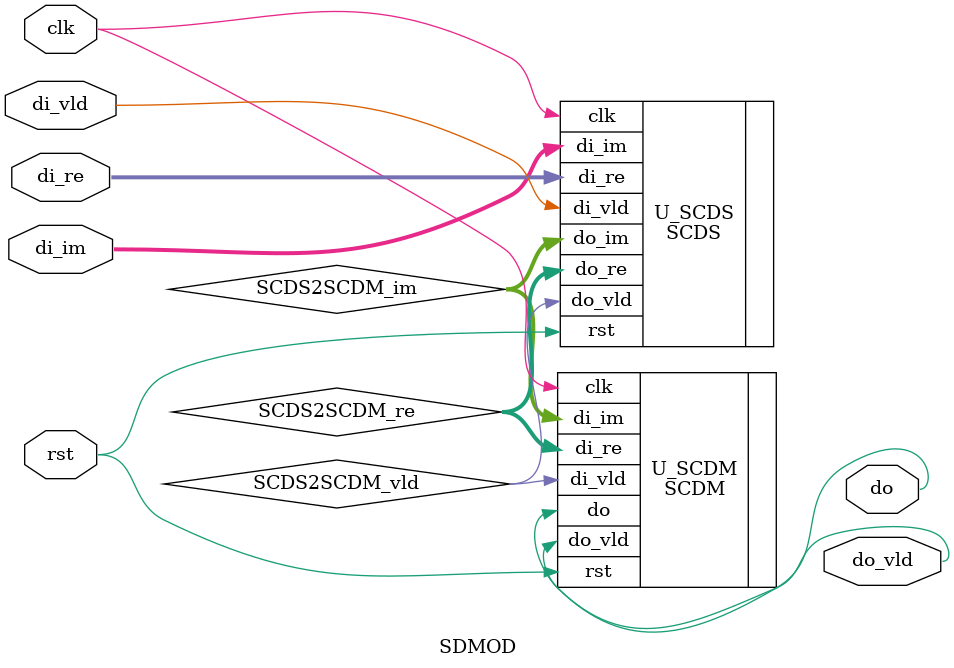
<source format=v>

`include "global_define.vh"      //% include global define file
`timescale 1ns / 1ps


// Signal De-Modulation(SDMOD) finish the de-modulation for signal segment.
module SDMOD (
    input                  clk,         //% working clock
    input                  rst,         //% reset, active high
    input  signed  [11:0]  di_re,       //% input signal data
    input  signed  [11:0]  di_im,       //% input signal data
    input                  di_vld,      //% input data valid
    output                 do,          //% output signal data to be decoded
    output                 do_vld       //% output data valid
    );

//=============================================================================
// Main Body of Code

    //-------------------------------------------------------------------------
    // SCDS --> SCMD
    wire  signed  [11:0]  SCDS2SCDM_re;
    wire  signed  [11:0]  SCDS2SCDM_im;
    wire                  SCDS2SCDM_vld;

    //-------------------------------------------------------------------------
    // instantiate sub-module
    
    SCDS U_SCDS (
        .clk(clk),
        .rst(rst),
        .di_re(di_re),
        .di_im(di_im),
        .di_vld(di_vld),

        .do_re(SCDS2SCDM_re),
        .do_im(SCDS2SCDM_im),
        .do_vld(SCDS2SCDM_vld)
    );

    SCDM U_SCDM (
        .clk(clk),
        .rst(rst),
        .di_re(SCDS2SCDM_re),
        .di_im(SCDS2SCDM_im),
        .di_vld(SCDS2SCDM_vld),

        .do(do),
        .do_vld(do_vld)
    );

endmodule
</source>
